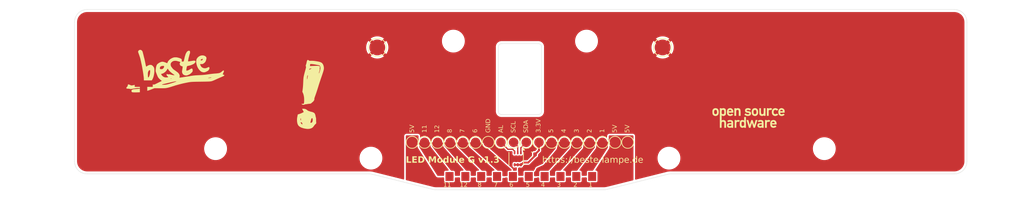
<source format=kicad_pcb>
(kicad_pcb (version 20240108) (generator "pcbnew") (generator_version "8.0")
  (title_block (title "besteLampe! LED Module G") (date "2024-12-01") (rev "1.3") (comment 1 "See  https://lenaschimmel.de/besteLampe! for the source and more information") (comment 2 "This source describes Open Hardware and is licensed under the CERN-OHL-S v2.") (comment 3 "Copyright 2024 Lena Schimmel <mail@lenaschimmel.de>") (comment 4 "Design for JLCPCB Copper Core PCB"))
  (layers (0 "F.Cu" signal) (1 "In1.Cu" signal) (2 "In2.Cu" signal) (31 "B.Cu" signal) (34 "B.Paste" user) (35 "F.Paste" user) (36 "B.SilkS" user "B.Silkscreen") (37 "F.SilkS" user "F.Silkscreen") (38 "B.Mask" user) (39 "F.Mask" user) (44 "Edge.Cuts" user))
  (net 0 "")
  (net 1 "GND")
  (net 2 "+4V")
  (net 3 "/ALERT")
  (net 4 "/SCL")
  (net 5 "/SDA")
  (net 6 "+3.3V")
  (net 7 "Net-(D1-K)")
  (net 8 "Net-(D2-K)")
  (net 9 "Net-(D3-K)")
  (net 10 "Net-(D4-K)")
  (net 11 "Net-(D5-K)")
  (net 12 "Net-(D6-K)")
  (net 13 "Net-(D7-K)")
  (net 14 "Net-(D8-K)")
  (net 15 "Net-(D11-K)")
  (net 16 "Net-(D12-K)")
  (footprint "TestPoint:TestPoint_Pad_D1.5mm" (layer "F.Cu") (at 152.5 78)
    (property "Reference" "K17" (hide yes))
    (property "Value" "Conn_01x01")
    (pad "1" smd circle (at 0 0) (size 1.5 1.5) (layers "F.Cu" "F.Mask") (net 2 "+4V"))
  )
  (footprint "MountingHole:MountingHole_3.2mm_M3" (layer "F.Cu") (at 89.5 79)
    (property "Reference" "H3" (hide yes))
    (property "Value" "MountingHole")
    (pad "" np_thru_hole circle (at 0 0) (size 3.2 3.2) (drill 3.2) (layers "*.Cu" "*.Mask"))
  )
  (footprint "TestPoint:TestPoint_Pad_D1.5mm" (layer "F.Cu") (at 134.5 78)
    (property "Reference" "K8" (hide yes))
    (property "Value" "Conn_01x01")
    (pad "1" smd circle (at 0 0) (size 1.5 1.5) (layers "F.Cu" "F.Mask") (net 3 "/ALERT"))
  )
  (footprint "Cree XLAMP XE-G LED XEGAVT-H0:XEGAVTH_PCBA" (layer "F.Cu") (at 143.6 83.4 90)
    (property "Reference" "D3" (hide yes))
    (property "Value" "XEGAPB-H0-0000-000-000000Q5001" (hide yes))
    (pad "1" smd rect (at 0.43 -0.76 180) (size 0.33 0.56) (layers "F.Cu" "F.Paste" "F.Mask") (net 9 "Net-(D3-K)") (clearance 0.15))
    (pad "2" smd rect (at -0.43 -0.76 180) (size 0.33 0.56) (layers "F.Cu" "F.Paste" "F.Mask") (net 2 "+4V") (clearance 0.15))
    (pad "3" smd rect (at 0 0.29 270) (size 1.41 1.27) (layers "F.Cu" "F.Paste" "F.Mask") (clearance 0.15))
  )
  (footprint "TestPoint:TestPoint_Pad_D1.5mm" (layer "F.Cu") (at 138.5 78)
    (property "Reference" "K10" (hide yes))
    (property "Value" "Conn_01x01")
    (pad "1" smd circle (at 0 0) (size 1.5 1.5) (layers "F.Cu" "F.Mask") (net 5 "/SDA"))
  )
  (footprint "TestPoint:TestPoint_Pad_D1.5mm" (layer "F.Cu") (at 142.5 78)
    (property "Reference" "K12" (hide yes))
    (property "Value" "Conn_01x01")
    (pad "1" smd circle (at 0 0) (size 1.5 1.5) (layers "F.Cu" "F.Mask") (net 11 "Net-(D5-K)"))
  )
  (footprint "Cree XLAMP XE-G LED XEGAVT-H0:XEGAVTH_PCBA" (layer "F.Cu") (at 141.1 83.4 90)
    (property "Reference" "D4" (hide yes))
    (property "Value" "XEGAWT-H2-0000-000-00000UT650G" (hide yes))
    (pad "1" smd rect (at 0.43 -0.76 180) (size 0.33 0.56) (layers "F.Cu" "F.Paste" "F.Mask") (net 10 "Net-(D4-K)") (clearance 0.15))
    (pad "2" smd rect (at -0.43 -0.76 180) (size 0.33 0.56) (layers "F.Cu" "F.Paste" "F.Mask") (net 2 "+4V") (clearance 0.15))
    (pad "3" smd rect (at 0 0.29 270) (size 1.41 1.27) (layers "F.Cu" "F.Paste" "F.Mask") (clearance 0.15))
  )
  (footprint "MountingHole:MountingHole_3.2mm_M3" (layer "F.Cu") (at 185.5 79)
    (property "Reference" "H2" (hide yes))
    (property "Value" "MountingHole")
    (pad "" np_thru_hole circle (at 0 0) (size 3.2 3.2) (drill 3.2) (layers "*.Cu" "*.Mask"))
  )
  (footprint "Cree XLAMP XE-G LED XEGAVT-H0:XEGAVTH_PCBA" (layer "F.Cu") (at 133.6 83.4 90)
    (property "Reference" "D7" (hide yes))
    (property "Value" "XEGAWT-H2-0000-000-00000UT330G" (hide yes))
    (pad "1" smd rect (at 0.43 -0.76 180) (size 0.33 0.56) (layers "F.Cu" "F.Paste" "F.Mask") (net 13 "Net-(D7-K)") (clearance 0.15))
    (pad "2" smd rect (at -0.43 -0.76 180) (size 0.33 0.56) (layers "F.Cu" "F.Paste" "F.Mask") (net 2 "+4V") (clearance 0.15))
    (pad "3" smd rect (at 0 0.29 270) (size 1.41 1.27) (layers "F.Cu" "F.Paste" "F.Mask") (clearance 0.15))
  )
  (footprint "TestPoint:TestPoint_Pad_D2.5mm" (layer "F.Cu") (at 160 63)
    (property "Reference" "H8" (hide yes))
    (property "Value" "MountingHole_Pad")
    (pad "1" smd circle (at 0 0) (size 2.5 2.5) (layers "F.Cu" "F.Mask") (net 1 "GND"))
  )
  (footprint "Cree XLAMP XE-G LED XEGAVT-H0:XEGAVTH_PCBA" (layer "F.Cu") (at 148.6 83.4 90)
    (property "Reference" "D1" (hide yes))
    (property "Value" "XEGAWT-H2-0000-000-00000UT122G" (hide yes))
    (pad "1" smd rect (at 0.43 -0.76 180) (size 0.33 0.56) (layers "F.Cu" "F.Paste" "F.Mask") (net 7 "Net-(D1-K)") (clearance 0.15))
    (pad "2" smd rect (at -0.43 -0.76 180) (size 0.33 0.56) (layers "F.Cu" "F.Paste" "F.Mask") (net 2 "+4V") (clearance 0.15))
    (pad "3" smd rect (at 0 0.29 270) (size 1.41 1.27) (layers "F.Cu" "F.Paste" "F.Mask") (clearance 0.15))
  )
  (footprint "MountingHole:MountingHole_3.2mm_M3" (layer "F.Cu") (at 148 62)
    (property "Reference" "H4" (hide yes))
    (property "Value" "MountingHole")
    (pad "" np_thru_hole circle (at 0 0) (size 3.2 3.2) (drill 3.2) (layers "*.Mask" "F.Cu" "In1.Cu" "In2.Cu" "B.Cu"))
  )
  (footprint "TestPoint:TestPoint_Pad_D1.5mm" (layer "F.Cu") (at 122.45 78)
    (property "Reference" "K2" (hide yes))
    (property "Value" "Conn_01x01")
    (pad "1" smd circle (at 0 0) (size 1.5 1.5) (layers "F.Cu" "F.Mask") (net 15 "Net-(D11-K)"))
  )
  (footprint "TestPoint:TestPoint_Pad_D2.5mm" (layer "F.Cu") (at 115 63)
    (property "Reference" "H7" (hide yes))
    (property "Value" "MountingHole_Pad")
    (pad "1" smd circle (at 0 0) (size 2.5 2.5) (layers "F.Cu" "F.Mask") (net 1 "GND"))
  )
  (footprint "Cree XLAMP XE-G LED XEGAVT-H0:XEGAVTH_PCBA" (layer "F.Cu") (at 126.1 83.4 90)
    (property "Reference" "D11" (hide yes))
    (property "Value" "XEGAWT-H2-0000-000-00000UT227H" (hide yes))
    (pad "1" smd rect (at 0.43 -0.76 180) (size 0.33 0.56) (layers "F.Cu" "F.Paste" "F.Mask") (net 15 "Net-(D11-K)") (clearance 0.15))
    (pad "2" smd rect (at -0.43 -0.76 180) (size 0.33 0.56) (layers "F.Cu" "F.Paste" "F.Mask") (net 2 "+4V") (clearance 0.15))
    (pad "3" smd rect (at 0 0.29 270) (size 1.41 1.27) (layers "F.Cu" "F.Paste" "F.Mask") (clearance 0.15))
  )
  (footprint "Symbol:OSHW-Logo_11.4x12mm_Copper" (layer "F.Cu") (at 173.536283 69.722474)
    (property "Reference" "REF**" (hide yes))
    (property "Value" "OSHW-Logo_11.4x12mm_Copper" (hide yes))
  )
  (footprint "TestPoint:TestPoint_Pad_D1.5mm" (layer "F.Cu") (at 148.5 78)
    (property "Reference" "K15" (hide yes))
    (property "Value" "Conn_01x01")
    (pad "1" smd circle (at 0 0) (size 1.5 1.5) (layers "F.Cu" "F.Mask") (net 8 "Net-(D2-K)"))
  )
  (footprint "Cree XLAMP XE-G LED XEGAVT-H0:XEGAVTH_PCBA" (layer "F.Cu") (at 136.1 83.4 90)
    (property "Reference" "D6" (hide yes))
    (property "Value" "XEGAPL-H0-0000-000-000000V3001" (hide yes))
    (pad "1" smd rect (at 0.43 -0.76 180) (size 0.33 0.56) (layers "F.Cu" "F.Paste" "F.Mask") (net 12 "Net-(D6-K)") (clearance 0.15))
    (pad "2" smd rect (at -0.43 -0.76 180) (size 0.33 0.56) (layers "F.Cu" "F.Paste" "F.Mask") (net 2 "+4V") (clearance 0.15))
    (pad "3" smd rect (at 0 0.29 270) (size 1.41 1.27) (layers "F.Cu" "F.Paste" "F.Mask") (clearance 0.15))
  )
  (footprint "TestPoint:TestPoint_Pad_D1.5mm" (layer "F.Cu") (at 140.5 78)
    (property "Reference" "K11" (hide yes))
    (property "Value" "Conn_01x01")
    (pad "1" smd circle (at 0 0) (size 1.5 1.5) (layers "F.Cu" "F.Mask") (net 6 "+3.3V"))
  )
  (footprint "TestPoint:TestPoint_Pad_D1.5mm" (layer "F.Cu") (at 120.5 78)
    (property "Reference" "K1" (hide yes))
    (property "Value" "Conn_01x01")
    (pad "1" smd circle (at 0 0) (size 1.5 1.5) (layers "F.Cu" "F.Mask") (net 2 "+4V"))
  )
  (footprint "TestPoint:TestPoint_Pad_D1.5mm" (layer "F.Cu") (at 132.5 78)
    (property "Reference" "K7" (hide yes))
    (property "Value" "Conn_01x01")
    (pad "1" smd circle (at 0 0) (size 1.5 1.5) (layers "F.Cu" "F.Mask") (net 1 "GND"))
  )
  (footprint "Capacitor_SMD:C_0402_1005Metric" (layer "F.Cu") (at 139.4 79.9)
    (property "Reference" "C1" (hide yes))
    (property "Value" "100nF")
    (pad "1" smd roundrect (at -0.48 0) (size 0.56 0.62) (layers "F.Cu" "F.Paste" "F.Mask") (net 1 "GND"))
    (pad "2" smd roundrect (at 0.48 0) (size 0.56 0.62) (layers "F.Cu" "F.Paste" "F.Mask") (net 6 "+3.3V"))
  )
  (footprint "Cree XLAMP XE-G LED XEGAVT-H0:XEGAVTH_PCBA" (layer "F.Cu") (at 138.6 83.4 90)
    (property "Reference" "D5" (hide yes))
    (property "Value" "XEGAPA-H0-0000-000-000000T3001" (hide yes))
    (pad "1" smd rect (at 0.43 -0.76 180) (size 0.33 0.56) (layers "F.Cu" "F.Paste" "F.Mask") (net 11 "Net-(D5-K)") (clearance 0.15))
    (pad "2" smd rect (at -0.43 -0.76 180) (size 0.33 0.56) (layers "F.Cu" "F.Paste" "F.Mask") (net 2 "+4V") (clearance 0.15))
    (pad "3" smd rect (at 0 0.29 270) (size 1.41 1.27) (layers "F.Cu" "F.Paste" "F.Mask") (clearance 0.15))
  )
  (footprint "MountingHole:MountingHole_3.2mm_M3" (layer "F.Cu") (at 127 62)
    (property "Reference" "H1" (hide yes))
    (property "Value" "MountingHole")
    (pad "" np_thru_hole circle (at 0 0) (size 3.2 3.2) (drill 3.2) (layers "*.Mask" "F.Cu" "In1.Cu" "In2.Cu" "B.Cu"))
  )
  (footprint "Cree XLAMP XE-G LED XEGAVT-H0:XEGAVTH_PCBA" (layer "F.Cu") (at 146.1 83.4 90)
    (property "Reference" "D2" (hide yes))
    (property "Value" "XEGAAM-H2-0000-000-000000R4001" (hide yes))
    (pad "1" smd rect (at 0.43 -0.76 180) (size 0.33 0.56) (layers "F.Cu" "F.Paste" "F.Mask") (net 8 "Net-(D2-K)") (clearance 0.15))
    (pad "2" smd rect (at -0.43 -0.76 180) (size 0.33 0.56) (layers "F.Cu" "F.Paste" "F.Mask") (net 2 "+4V") (clearance 0.15))
    (pad "3" smd rect (at 0 0.29 270) (size 1.41 1.27) (layers "F.Cu" "F.Paste" "F.Mask") (clearance 0.15))
  )
  (footprint "Cree XLAMP XE-G LED XEGAVT-H0:XEGAVTH_PCBA" (layer "F.Cu") (at 128.6 83.4 90)
    (property "Reference" "D12" (hide yes))
    (property "Value" "XEGAAM-H2-0000-000-000000Q5001" (hide yes))
    (pad "1" smd rect (at 0.43 -0.76 180) (size 0.33 0.56) (layers "F.Cu" "F.Paste" "F.Mask") (net 16 "Net-(D12-K)") (clearance 0.15))
    (pad "2" smd rect (at -0.43 -0.76 180) (size 0.33 0.56) (layers "F.Cu" "F.Paste" "F.Mask") (net 2 "+4V") (clearance 0.15))
    (pad "3" smd rect (at 0 0.29 270) (size 1.41 1.27) (layers "F.Cu" "F.Paste" "F.Mask") (clearance 0.15))
  )
  (footprint "TestPoint:TestPoint_Pad_D1.5mm" (layer "F.Cu") (at 124.5 78)
    (property "Reference" "K3" (hide yes))
    (property "Value" "Conn_01x01")
    (pad "1" smd circle (at 0 0) (size 1.5 1.5) (layers "F.Cu" "F.Mask") (net 16 "Net-(D12-K)"))
  )
  (footprint "Package_SON:WSON-8-1EP_2x2mm_P0.5mm_EP0.9x1.6mm" (layer "F.Cu") (at 136.9 80.6 -90)
    (property "Reference" "U1" (hide yes))
    (property "Value" "TMP1075DSGR")
    (pad "1" smd roundrect (at -0.95 -0.75 270) (size 0.5 0.25) (layers "F.Cu" "F.Paste" "F.Mask") (net 5 "/SDA"))
    (pad "2" smd roundrect (at -0.95 -0.25 270) (size 0.5 0.25) (layers "F.Cu" "F.Paste" "F.Mask") (net 4 "/SCL"))
    (pad "3" smd roundrect (at -0.95 0.25 270) (size 0.5 0.25) (layers "F.Cu" "F.Paste" "F.Mask") (net 3 "/ALERT"))
    (pad "4" smd roundrect (at -0.95 0.75 270) (size 0.5 0.25) (layers "F.Cu" "F.Paste" "F.Mask") (net 1 "GND"))
    (pad "5" smd roundrect (at 0.95 0.75 270) (size 0.5 0.25) (layers "F.Cu" "F.Paste" "F.Mask") (net 1 "GND"))
    (pad "6" smd roundrect (at 0.95 0.25 270) (size 0.5 0.25) (layers "F.Cu" "F.Paste" "F.Mask") (net 6 "+3.3V"))
    (pad "7" smd roundrect (at 0.95 -0.25 270) (size 0.5 0.25) (layers "F.Cu" "F.Paste" "F.Mask") (net 6 "+3.3V"))
    (pad "8" smd roundrect (at 0.95 -0.75 270) (size 0.5 0.25) (layers "F.Cu" "F.Paste" "F.Mask") (net 6 "+3.3V"))
    (pad "9" smd rect (at 0 0 270) (size 0.9 1.6) (layers "F.Cu" "F.Mask") (net 1 "GND"))
  )
  (footprint "TestPoint:TestPoint_Pad_D1.5mm" (layer "F.Cu") (at 136.5 78)
    (property "Reference" "K9" (hide yes))
    (property "Value" "Conn_01x01")
    (pad "1" smd circle (at 0 0) (size 1.5 1.5) (layers "F.Cu" "F.Mask") (net 4 "/SCL"))
  )
  (footprint "MountingHole:MountingHole_3.2mm_M3" (layer "F.Cu") (at 114 80.5)
    (property "Reference" "H6" (hide yes))
    (property "Value" "MountingHole")
    (pad "" np_thru_hole circle (at 0 0) (size 3.2 3.2) (drill 3.2) (layers "*.Mask" "F.Cu" "In1.Cu" "In2.Cu" "B.Cu"))
  )
  (footprint "LOGO" (layer "F.Cu") (at 91.203236 69.542498)
    (property "Reference" "G***" (hide yes))
    (property "Value" "LOGO" (hide yes))
  )
  (footprint "MountingHole:MountingHole_3.2mm_M3" (layer "F.Cu") (at 161 80.5 180)
    (property "Reference" "H5" (hide yes))
    (property "Value" "MountingHole")
    (pad "" np_thru_hole circle (at 0 0 180) (size 3.2 3.2) (drill 3.2) (layers "*.Mask" "F.Cu" "In1.Cu" "In2.Cu" "B.Cu"))
  )
  (footprint "Cree XLAMP XE-G LED XEGAVT-H0:XEGAVTH_PCBA" (layer "F.Cu") (at 131.1 83.4 90)
    (property "Reference" "D8" (hide yes))
    (property "Value" "XEGAPO-H0-0000-000-000000S3001" (hide yes))
    (pad "1" smd rect (at 0.43 -0.76 180) (size 0.33 0.56) (layers "F.Cu" "F.Paste" "F.Mask") (net 14 "Net-(D8-K)") (clearance 0.15))
    (pad "2" smd rect (at -0.43 -0.76 180) (size 0.33 0.56) (layers "F.Cu" "F.Paste" "F.Mask") (net 2 "+4V") (clearance 0.15))
    (pad "3" smd rect (at 0 0.29 270) (size 1.41 1.27) (layers "F.Cu" "F.Paste" "F.Mask") (clearance 0.15))
  )
  (footprint "TestPoint:TestPoint_Pad_D1.5mm" (layer "F.Cu") (at 154.5 78)
    (property "Reference" "K18" (hide yes))
    (property "Value" "Conn_01x01")
    (pad "1" smd circle (at 0 0) (size 1.5 1.5) (layers "F.Cu" "F.Mask") (net 2 "+4V"))
  )
  (footprint "TestPoint:TestPoint_Pad_D1.5mm" (layer "F.Cu") (at 130.5 78)
    (property "Reference" "K6" (hide yes))
    (property "Value" "Conn_01x01")
    (pad "1" smd circle (at 0 0) (size 1.5 1.5) (layers "F.Cu" "F.Mask") (net 12 "Net-(D6-K)"))
  )
  (footprint "TestPoint:TestPoint_Pad_D1.5mm" (layer "F.Cu") (at 126.5 78)
    (property "Reference" "K4" (hide yes))
    (property "Value" "Conn_01x01")
    (pad "1" smd circle (at 0 0) (size 1.5 1.5) (layers "F.Cu" "F.Mask") (net 14 "Net-(D8-K)"))
  )
  (footprint "TestPoint:TestPoint_Pad_D1.5mm" (layer "F.Cu") (at 146.5 78)
    (property "Reference" "K14" (hide yes))
    (property "Value" "Conn_01x01")
    (pad "1" smd circle (at 0 0) (size 1.5 1.5) (layers "F.Cu" "F.Mask") (net 9 "Net-(D3-K)"))
  )
  (footprint "TestPoint:TestPoint_Pad_D1.5mm" (layer "F.Cu") (at 128.5 78)
    (property "Reference" "K5" (hide yes))
    (property "Value" "Conn_01x01")
    (pad "1" smd circle (at 0 0) (size 1.5 1.5) (layers "F.Cu" "F.Mask") (net 13 "Net-(D7-K)"))
  )
  (footprint "TestPoint:TestPoint_Pad_D1.5mm" (layer "F.Cu") (at 150.5 78)
    (property "Reference" "K16" (hide yes))
    (property "Value" "Conn_01x01")
    (pad "1" smd circle (at 0 0) (size 1.5 1.5) (layers "F.Cu" "F.Mask") (net 7 "Net-(D1-K)"))
  )
  (footprint "TestPoint:TestPoint_Pad_D1.5mm" (layer "F.Cu") (at 144.5 78)
    (property "Reference" "K13" (hide yes))
    (property "Value" "Conn_01x01")
    (pad "1" smd circle (at 0 0) (size 1.5 1.5) (layers "F.Cu" "F.Mask") (net 10 "Net-(D4-K)"))
  )
  (gr_line (start 208 59) (end 208 81) (stroke (width 0.05)) (layer "Edge.Cuts"))
  (gr_arc (start 124.2958 85.5) (mid 124.002049 85.482682) (end 123.712368 85.430968) (stroke (width 0.05)) (layer "Edge.Cuts"))
  (gr_arc (start 69.25 83) (mid 67.835786 82.414214) (end 67.25 81) (stroke (width 0.05)) (layer "Edge.Cuts"))
  (gr_arc (start 140.9 73.1) (mid 140.753553 73.453553) (end 140.4 73.6) (stroke (width 0.05)) (layer "Edge.Cuts"))
  (gr_arc (start 67.25 59) (mid 67.835786 57.585786) (end 69.25 57) (stroke (width 0.05)) (layer "Edge.Cuts"))
  (gr_line (start 69.25 83) (end 113.691882 83) (stroke (width 0.05)) (layer "Edge.Cuts"))
  (gr_arc (start 160.701103 83.074813) (mid 161.002314 83.018776) (end 161.308118 83) (stroke (width 0.05)) (layer "Edge.Cuts"))
  (gr_line (start 67.25 81) (end 67.25 59) (stroke (width 0.05)) (layer "Edge.Cuts"))
  (gr_arc (start 134.1 62.9) (mid 134.246447 62.546447) (end 134.6 62.4) (stroke (width 0.05)) (layer "Edge.Cuts"))
  (gr_line (start 151.287632 85.430968) (end 160.701103 83.074813) (stroke (width 0.05)) (layer "Edge.Cuts"))
  (gr_line (start 150.7042 85.5) (end 124.2958 85.5) (stroke (width 0.05)) (layer "Edge.Cuts"))
  (gr_line (start 140.4 73.6) (end 134.6 73.6) (stroke (width 0.05)) (layer "Edge.Cuts"))
  (gr_arc (start 140.4 62.4) (mid 140.753553 62.546447) (end 140.9 62.9) (stroke (width 0.05)) (layer "Edge.Cuts"))
  (gr_arc (start 206 57) (mid 207.414214 57.585786) (end 208 59) (stroke (width 0.05)) (layer "Edge.Cuts"))
  (gr_line (start 123.712368 85.430968) (end 114.298897 83.074813) (stroke (width 0.05)) (layer "Edge.Cuts"))
  (gr_line (start 140.9 62.9) (end 140.9 73.1) (stroke (width 0.05)) (layer "Edge.Cuts"))
  (gr_arc (start 151.287632 85.430968) (mid 150.997951 85.482682) (end 150.7042 85.5) (stroke (width 0.05)) (layer "Edge.Cuts"))
  (gr_line (start 206 83) (end 161.308118 83) (stroke (width 0.05)) (layer "Edge.Cuts"))
  (gr_line (start 134.6 62.4) (end 140.4 62.4) (stroke (width 0.05)) (layer "Edge.Cuts"))
  (gr_arc (start 134.6 73.6) (mid 134.246447 73.453553) (end 134.1 73.1) (stroke (width 0.05)) (layer "Edge.Cuts"))
  (gr_line (start 69.25 57) (end 206 57) (stroke (width 0.05)) (layer "Edge.Cuts"))
  (gr_arc (start 208 81) (mid 207.414214 82.414214) (end 206 83) (stroke (width 0.05)) (layer "Edge.Cuts"))
  (gr_line (start 134.1 73.1) (end 134.1 62.9) (stroke (width 0.05)) (layer "Edge.Cuts"))
  (gr_arc (start 113.691882 83) (mid 113.997686 83.018774) (end 114.298897 83.074813) (stroke (width 0.05)) (layer "Edge.Cuts"))
  (gr_text "LED Module G v1.3" (at 119.5 81.4 0) (layer "F.SilkS") (effects (font (size 1 1) (thickness 0.2) (bold yes)) (justify left bottom)))
  (gr_text "3" (at 143.95 85.15 0) (layer "F.SilkS") (effects (font (size 0.7 0.7) (thickness 0.1)) (justify right bottom)))
  (gr_text "2\n" (at 146.55 85.15 0) (layer "F.SilkS") (effects (font (size 0.7 0.7) (thickness 0.1)) (justify right bottom)))
  (gr_text "6" (at 130.454274 76.5 90) (layer "F.SilkS") (effects (font (size 0.7 0.7) (thickness 0.1)) (justify left)))
  (gr_text "SCL" (at 136.491671 76.5 90) (layer "F.SilkS") (effects (font (size 0.7 0.7) (thickness 0.1)) (justify left)))
  (gr_text "11" (at 126.65 85.15 0) (layer "F.SilkS") (effects (font (size 0.7 0.7) (thickness 0.1)) (justify right bottom)))
  (gr_text "https://beste-lampe.de" (at 141 81.4 0) (layer "F.SilkS") (effects (font (size 1 1) (thickness 0.1)) (justify left bottom)))
  (gr_text "7" (at 134 85.15 0) (layer "F.SilkS") (effects (font (size 0.7 0.7) (thickness 0.1)) (justify right bottom)))
  (gr_text "5" (at 142.430246 76.5 90) (layer "F.SilkS") (effects (font (size 0.7 0.7) (thickness 0.1)) (justify left)))
  (gr_text "4" (at 144.446473 76.5 90) (layer "F.SilkS") (effects (font (size 0.7 0.7) (thickness 0.1)) (justify left)))
  (gr_text "3" (at 146.470565 76.5 90) (layer "F.SilkS") (effects (font (size 0.7 0.7) (thickness 0.1)) (justify left)))
  (gr_text "12" (at 129.25 85.15 0) (layer "F.SilkS") (effects (font (size 0.7 0.7) (thickness 0.1)) (justify right bottom)))
  (gr_text "4" (at 141.45 85.15 0) (layer "F.SilkS") (effects (font (size 0.7 0.7) (thickness 0.1)) (justify right bottom)))
  (gr_text "5V" (at 154.45 76.5 90) (layer "F.SilkS") (effects (font (size 0.7 0.7) (thickness 0.1)) (justify left)))
  (gr_text "5V" (at 152.475136 76.5 90) (layer "F.SilkS") (effects (font (size 0.7 0.7) (thickness 0.1)) (justify left)))
  (gr_text "12" (at 124.449704 76.5 90) (layer "F.SilkS") (effects (font (size 0.7 0.7) (thickness 0.1)) (justify left)))
  (gr_text "7" (at 128.449331 76.5 90) (layer "F.SilkS") (effects (font (size 0.7 0.7) (thickness 0.1)) (justify left)))
  (gr_text "5" (at 139.05 85.15 0) (layer "F.SilkS") (effects (font (size 0.7 0.7) (thickness 0.1)) (justify right bottom)))
  (gr_text "8" (at 131.45 85.15 0) (layer "F.SilkS") (effects (font (size 0.7 0.7) (thickness 0.1)) (justify right bottom)))
  (gr_text "11" (at 122.474852 76.5 90) (layer "F.SilkS") (effects (font (size 0.7 0.7) (thickness 0.1)) (justify left)))
  (gr_text "8" (at 126.453279 76.5 90) (layer "F.SilkS") (effects (font (size 0.7 0.7) (thickness 0.1)) (justify left)))
  (gr_text "1" (at 148.95 85.15 0) (layer "F.SilkS") (effects (font (size 0.7 0.7) (thickness 0.1)) (justify right bottom)))
  (gr_text "3.3V" (at 140.441375 76.5 90) (layer "F.SilkS") (effects (font (size 0.7 0.7) (thickness 0.1)) (justify left)))
  (gr_text "GND" (at 132.504353 76.5 90) (layer "F.SilkS") (effects (font (size 0.7 0.7) (thickness 0.1)) (justify left)))
  (gr_text "AL" (at 134.516819 76.5 90) (layer "F.SilkS") (effects (font (size 0.7 0.7) (thickness 0.1)) (justify left)))
  (gr_text "5V" (at 120.5 76.5 90) (layer "F.SilkS") (effects (font (size 0.7 0.7) (thickness 0.1)) (justify left)))
  (gr_text "1" (at 150.500284 76.5 90) (layer "F.SilkS") (effects (font (size 0.7 0.7) (thickness 0.1)) (justify left)))
  (gr_text "2\n" (at 148.496367 76.5 90) (layer "F.SilkS") (effects (font (size 0.7 0.7) (thickness 0.1)) (justify left)))
  (gr_text "SDA" (at 138.466523 76.5 90) (layer "F.SilkS") (effects (font (size 0.7 0.7) (thickness 0.1)) (justify left)))
  (gr_text "6" (at 136.45 85.15 0) (layer "F.SilkS") (effects (font (size 0.7 0.7) (thickness 0.1)) (justify right bottom)))
  (segment (start 135.2 79.65) (end 136.15 79.65) (width 0.3) (layer "F.Cu") (net 1))
  (segment (start 136.15 81.55) (end 136.15 80.6) (width 0.3) (layer "F.Cu") (net 1))
  (segment (start 134.35 79.65) (end 135.2 79.65) (width 0.3) (layer "F.Cu") (net 1))
  (segment (start 138.22 80.6) (end 138.92 79.9) (width 0.3) (layer "F.Cu") (net 1))
  (segment (start 135.975 80.425) (end 136.15 80.6) (width 0.3) (layer "F.Cu") (net 1))
  (segment (start 135.2 79.65) (end 135.975 80.425) (width 0.3) (layer "F.Cu") (net 1))
  (segment (start 132.7 78) (end 134.35 79.65) (width 0.3) (layer "F.Cu") (net 1))
  (segment (start 132.5 78) (end 132.7 78) (width 0.3) (layer "F.Cu") (net 1))
  (segment (start 136.9 80.6) (end 138.22 80.6) (width 0.3) (layer "F.Cu") (net 1))
  (segment (start 136.15 80.6) (end 136.9 80.6) (width 0.3) (layer "F.Cu") (net 1))
  (segment (start 136.65 79.385614) (end 136.364386 79.1) (width 0.2) (layer "F.Cu") (net 3))
  (segment (start 136.364386 79.1) (end 135.6 79.1) (width 0.2) (layer "F.Cu") (net 3))
  (segment (start 135.6 79.1) (end 134.5 78) (width 0.2) (layer "F.Cu") (net 3))
  (segment (start 136.65 79.65) (end 136.65 79.385614) (width 0.2) (layer "F.Cu") (net 3))
  (segment (start 137.15 79.65) (end 137.15 78.65) (width 0.2) (layer "F.Cu") (net 4))
  (segment (start 137.15 78.65) (end 136.5 78) (width 0.2) (layer "F.Cu") (net 4))
  (segment (start 137.65 78.85) (end 138.5 78) (width 0.2) (layer "F.Cu") (net 5))
  (segment (start 137.65 79.65) (end 137.65 78.85) (width 0.2) (layer "F.Cu") (net 5))
  (segment (start 138.05 81.2) (end 138.8 81.2) (width 0.3) (layer "F.Cu") (net 6))
  (segment (start 137.7 81.55) (end 138.05 81.2) (width 0.3) (layer "F.Cu") (net 6))
  (segment (start 136.65 81.55) (end 137.7 81.55) (width 0.3) (layer "F.Cu") (net 6))
  (segment (start 140.5 78) (end 140.5 79.28) (width 0.3) (layer "F.Cu") (net 6))
  (segment (start 140.5 79.28) (end 139.88 79.9) (width 0.3) (layer "F.Cu") (net 6))
  (segment (start 140.5 78.425) (end 140.28 78.645) (width 0.3) (layer "F.Cu") (net 6))
  (segment (start 138.8 81.2) (end 139.88 80.12) (width 0.3) (layer "F.Cu") (net 6))
  (segment (start 139.88 80.12) (end 139.88 79.9) (width 0.3) (layer "F.Cu") (net 6))
  (zone (net 8) (net_name "Net-(D2-K)") (layer "F.Cu") (priority 3) (connect_pads yes (clearance 0.2)) (min_thickness 0.25) (fill yes (thermal_gap 0.5) (thermal_bridge_width 0.5))
    (polygon (pts (xy 149.3 78.85) (xy 149.45 77.9) (xy 147.6 77.9) (xy 144.1 82.5) (xy 144.5 83.3) (xy 145.9 83.3) (xy 146.5 82.5)))
  )
  (zone (net 9) (net_name "Net-(D3-K)") (layer "F.Cu") (priority 4) (connect_pads yes (clearance 0.2)) (min_thickness 0.25) (fill yes (thermal_gap 0.5) (thermal_bridge_width 0.5))
    (polygon (pts (xy 145.7 77.9) (xy 142.2 82.5) (xy 142 83.3) (xy 143.9 83.3) (xy 143.9 82.5) (xy 147.25 78.85) (xy 147.4 77.9)))
  )
  (zone (net 10) (net_name "Net-(D4-K)") (layer "F.Cu") (priority 5) (connect_pads yes (clearance 0.2)) (min_thickness 0.25) (fill yes (thermal_gap 0.5) (thermal_bridge_width 0.5))
    (polygon (pts (xy 145.3 78.85) (xy 145.45 77.9) (xy 143.7 77.9) (xy 139.5 82.5) (xy 139.51 83.36) (xy 140.7 83.383758) (xy 141.9 82.6)))
  )
  (zone (net 1) (net_name "GND") (layer "F.Cu") (connect_pads yes (clearance 0.2)) (min_thickness 0.2) (fill yes (thermal_gap 0.5) (thermal_bridge_width 0.5))
    (polygon (pts (xy 55.5 55.5) (xy 55.5 88.2) (xy 217 88.2) (xy 217 55.5)))
  )
  (zone (net 2) (net_name "+4V") (layer "F.Cu") (priority 1) (connect_pads yes (clearance 0.25)) (min_thickness 0.25) (fill yes (thermal_gap 0.5) (thermal_bridge_width 0.5))
    (polygon (pts (xy 119.5 76.9) (xy 121.5 76.9) (xy 121.5 78.2) (xy 126.5 82.8) (xy 138.425 82.8) (xy 149.4 80.9) (xy 151.5 78.5) (xy 151.5 76.9) (xy 155.4 76.9) (xy 155.4 86.7) (xy 119.5 86.3)))
  )
  (zone (net 12) (net_name "Net-(D6-K)") (layer "F.Cu") (priority 6) (connect_pads yes (clearance 0.2)) (min_thickness 0.25) (fill yes (thermal_gap 0.5) (thermal_bridge_width 0.5))
    (polygon (pts (xy 129.65 78.6) (xy 129.55 78) (xy 131.3 78) (xy 136.4 82.5) (xy 135.8 83.383758) (xy 134.59 83.353758) (xy 134.2 82.7)))
  )
  (zone (net 16) (net_name "Net-(D12-K)") (layer "F.Cu") (priority 3) (connect_pads yes (clearance 0.2)) (min_thickness 0.25) (fill yes (thermal_gap 0.5) (thermal_bridge_width 0.5))
    (polygon (pts (xy 123.55 78) (xy 125.3 78) (xy 128.9 82.5) (xy 128.3 83.3) (xy 127.1 83.3) (xy 126.8 82.7) (xy 123.6 78.6)))
  )
  (zone (net 7) (net_name "Net-(D1-K)") (layer "F.Cu") (priority 2) (connect_pads yes (clearance 0.2)) (min_thickness 0.25) (fill yes (thermal_gap 0.5) (thermal_bridge_width 0.5))
    (polygon (pts (xy 149.7 77.9) (xy 146.6 82.5) (xy 147 83.3) (xy 148.3 83.3) (xy 149 82.5) (xy 151.35 78.85) (xy 151.45 77.9)))
  )
  (zone (net 15) (net_name "Net-(D11-K)") (layer "F.Cu") (priority 2) (connect_pads yes (clearance 0.2)) (min_thickness 0.25) (fill yes (thermal_gap 0.5) (thermal_bridge_width 0.5))
    (polygon (pts (xy 123.3 78) (xy 126.4 82.5) (xy 125.8 83.3) (xy 124.5 83.3) (xy 121.6 78.7) (xy 121.6 78)))
  )
  (zone (net 11) (net_name "Net-(D5-K)") (layer "F.Cu") (priority 6) (connect_pads yes (clearance 0.2)) (min_thickness 0.25) (fill yes (thermal_gap 0.5) (thermal_bridge_width 0.5))
    (polygon (pts (xy 140 81.9) (xy 141.1 81.4) (xy 143.1 79) (xy 143.4 77.9) (xy 141.7 77.9) (xy 137.2 82.1) (xy 137.2 83.3) (xy 138.4 83.3) (xy 139.7 82.5)))
  )
  (zone (net 14) (net_name "Net-(D8-K)") (layer "F.Cu") (priority 4) (connect_pads yes (clearance 0.2)) (min_thickness 0.25) (fill yes (thermal_gap 0.5) (thermal_bridge_width 0.5))
    (polygon (pts (xy 127.3 78) (xy 131.4 82.5) (xy 130.8 83.3) (xy 129.5 83.3) (xy 129.2 82.7) (xy 125.6 78.6) (xy 125.55 78)))
  )
  (zone (net 13) (net_name "Net-(D7-K)") (layer "F.Cu") (priority 5) (connect_pads yes (clearance 0.2)) (min_thickness 0.25) (fill yes (thermal_gap 0.5) (thermal_bridge_width 0.5))
    (polygon (pts (xy 129.3 78) (xy 133.9 82.5) (xy 133.3 83.3) (xy 132.1 83.3) (xy 131.7 82.7) (xy 127.6 78.6) (xy 127.55 78)))
  )
)
</source>
